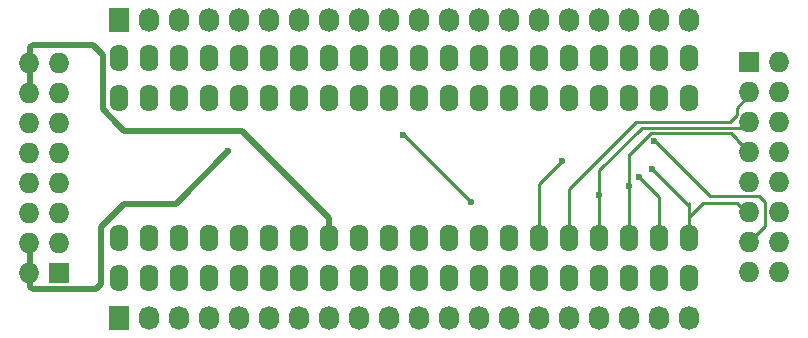
<source format=gtl>
G04 #@! TF.FileFunction,Copper,L1,Top,Signal*
%FSLAX46Y46*%
G04 Gerber Fmt 4.6, Leading zero omitted, Abs format (unit mm)*
G04 Created by KiCad (PCBNEW 4.0.3-stable) date 10/19/16 10:16:13*
%MOMM*%
%LPD*%
G01*
G04 APERTURE LIST*
%ADD10C,0.100000*%
%ADD11O,1.600000X2.300000*%
%ADD12R,1.727200X1.727200*%
%ADD13O,1.727200X1.727200*%
%ADD14R,1.727200X2.032000*%
%ADD15O,1.727200X2.032000*%
%ADD16C,0.600000*%
%ADD17C,0.500000*%
%ADD18C,0.250000*%
G04 APERTURE END LIST*
D10*
D11*
X115200000Y-94900000D03*
X117740000Y-94900000D03*
X120280000Y-94900000D03*
X122820000Y-94900000D03*
X125360000Y-94900000D03*
X127900000Y-94900000D03*
X130440000Y-94900000D03*
X132980000Y-94900000D03*
X135520000Y-94900000D03*
X138060000Y-94900000D03*
X140600000Y-94900000D03*
X143140000Y-94900000D03*
X145680000Y-94900000D03*
X148220000Y-94900000D03*
X150760000Y-94900000D03*
X153300000Y-94900000D03*
X155840000Y-94900000D03*
X158380000Y-94900000D03*
X160920000Y-94900000D03*
X163460000Y-94900000D03*
X163460000Y-79660000D03*
X160920000Y-79660000D03*
X158380000Y-79660000D03*
X155840000Y-79660000D03*
X153300000Y-79660000D03*
X150760000Y-79660000D03*
X148220000Y-79660000D03*
X145680000Y-79660000D03*
X143140000Y-79660000D03*
X140600000Y-79660000D03*
X138060000Y-79660000D03*
X135520000Y-79660000D03*
X132980000Y-79660000D03*
X130440000Y-79660000D03*
X127900000Y-79660000D03*
X125360000Y-79660000D03*
X122820000Y-79660000D03*
X120280000Y-79660000D03*
X117740000Y-79660000D03*
X115200000Y-79660000D03*
D12*
X168550000Y-80000000D03*
D13*
X171090000Y-80000000D03*
X168550000Y-82540000D03*
X171090000Y-82540000D03*
X168550000Y-85080000D03*
X171090000Y-85080000D03*
X168550000Y-87620000D03*
X171090000Y-87620000D03*
X168550000Y-90160000D03*
X171090000Y-90160000D03*
X168550000Y-92700000D03*
X171090000Y-92700000D03*
X168550000Y-95240000D03*
X171090000Y-95240000D03*
X168550000Y-97780000D03*
X171090000Y-97780000D03*
D14*
X115200000Y-101700000D03*
D15*
X117740000Y-101700000D03*
X120280000Y-101700000D03*
X122820000Y-101700000D03*
X125360000Y-101700000D03*
X127900000Y-101700000D03*
X130440000Y-101700000D03*
X132980000Y-101700000D03*
X135520000Y-101700000D03*
X138060000Y-101700000D03*
X140600000Y-101700000D03*
X143140000Y-101700000D03*
X145680000Y-101700000D03*
X148220000Y-101700000D03*
X150760000Y-101700000D03*
X153300000Y-101700000D03*
X155840000Y-101700000D03*
X158380000Y-101700000D03*
X160920000Y-101700000D03*
X163460000Y-101700000D03*
D14*
X115200000Y-76500000D03*
D15*
X117740000Y-76500000D03*
X120280000Y-76500000D03*
X122820000Y-76500000D03*
X125360000Y-76500000D03*
X127900000Y-76500000D03*
X130440000Y-76500000D03*
X132980000Y-76500000D03*
X135520000Y-76500000D03*
X138060000Y-76500000D03*
X140600000Y-76500000D03*
X143140000Y-76500000D03*
X145680000Y-76500000D03*
X148220000Y-76500000D03*
X150760000Y-76500000D03*
X153300000Y-76500000D03*
X155840000Y-76500000D03*
X158380000Y-76500000D03*
X160920000Y-76500000D03*
X163460000Y-76500000D03*
D11*
X115200000Y-98300000D03*
X117740000Y-98300000D03*
X120280000Y-98300000D03*
X122820000Y-98300000D03*
X125360000Y-98300000D03*
X127900000Y-98300000D03*
X130440000Y-98300000D03*
X132980000Y-98300000D03*
X135520000Y-98300000D03*
X138060000Y-98300000D03*
X140600000Y-98300000D03*
X143140000Y-98300000D03*
X145680000Y-98300000D03*
X148220000Y-98300000D03*
X150760000Y-98300000D03*
X153300000Y-98300000D03*
X155840000Y-98300000D03*
X158380000Y-98300000D03*
X160920000Y-98300000D03*
X163460000Y-98300000D03*
X163460000Y-83060000D03*
X160920000Y-83060000D03*
X158380000Y-83060000D03*
X155840000Y-83060000D03*
X153300000Y-83060000D03*
X150760000Y-83060000D03*
X148220000Y-83060000D03*
X145680000Y-83060000D03*
X143140000Y-83060000D03*
X140600000Y-83060000D03*
X138060000Y-83060000D03*
X135520000Y-83060000D03*
X132980000Y-83060000D03*
X130440000Y-83060000D03*
X127900000Y-83060000D03*
X125360000Y-83060000D03*
X122820000Y-83060000D03*
X120280000Y-83060000D03*
X117740000Y-83060000D03*
X115200000Y-83060000D03*
D12*
X110150000Y-97900000D03*
D13*
X107610000Y-97900000D03*
X110150000Y-95360000D03*
X107610000Y-95360000D03*
X110150000Y-92820000D03*
X107610000Y-92820000D03*
X110150000Y-90280000D03*
X107610000Y-90280000D03*
X110150000Y-87740000D03*
X107610000Y-87740000D03*
X110150000Y-85200000D03*
X107610000Y-85200000D03*
X110150000Y-82660000D03*
X107610000Y-82660000D03*
X110150000Y-80120000D03*
X107610000Y-80120000D03*
D16*
X152700000Y-88400000D03*
X155800000Y-91250000D03*
X158400000Y-90550000D03*
X159250000Y-89800000D03*
X160350000Y-89100000D03*
X124450000Y-87600000D03*
X160450000Y-86700000D03*
X145000000Y-91900000D03*
X139250000Y-86250000D03*
D17*
X110900000Y-78575000D02*
X107875000Y-78575000D01*
X107875000Y-78575000D02*
X107650000Y-78800000D01*
X125600000Y-85850000D02*
X125800000Y-86050000D01*
X132980000Y-94900000D02*
X132980000Y-93230000D01*
X132980000Y-93230000D02*
X125800000Y-86050000D01*
X110900000Y-78575000D02*
X112975000Y-78575000D01*
X113800000Y-79400000D02*
X113800000Y-84050000D01*
X112975000Y-78575000D02*
X113800000Y-79400000D01*
X115100000Y-85350000D02*
X115600000Y-85850000D01*
X115600000Y-85850000D02*
X125600000Y-85850000D01*
X113800000Y-84050000D02*
X115100000Y-85350000D01*
X107650000Y-78800000D02*
X107650000Y-80100000D01*
X107650000Y-80100000D02*
X107650000Y-82640000D01*
D18*
X150760000Y-90500000D02*
X150760000Y-90340000D01*
X150760000Y-90340000D02*
X152700000Y-88400000D01*
X150760000Y-90500000D02*
X150760000Y-94900000D01*
X158750000Y-85350000D02*
X159000000Y-85100000D01*
X158750000Y-85350000D02*
X153300000Y-90800000D01*
X163750000Y-85100000D02*
X166900000Y-85100000D01*
X167500000Y-84500000D02*
X167500000Y-83900000D01*
X166900000Y-85100000D02*
X167500000Y-84500000D01*
X168560000Y-82560000D02*
X168560000Y-82840000D01*
X168560000Y-82840000D02*
X167500000Y-83900000D01*
X159000000Y-85100000D02*
X163750000Y-85100000D01*
X153300000Y-94900000D02*
X153300000Y-90800000D01*
X159500000Y-85600000D02*
X159450000Y-85600000D01*
X159450000Y-85600000D02*
X155840000Y-89210000D01*
X159500000Y-85600000D02*
X168030000Y-85600000D01*
X168030000Y-85600000D02*
X168550000Y-85080000D01*
X155840000Y-91290000D02*
X155800000Y-91250000D01*
X155840000Y-91290000D02*
X155840000Y-91650000D01*
X155840000Y-91650000D02*
X155840000Y-89210000D01*
X155840000Y-94900000D02*
X155840000Y-91650000D01*
X167535000Y-86615000D02*
X167535000Y-86585002D01*
X160199998Y-86050002D02*
X159950000Y-86300000D01*
X167000000Y-86050002D02*
X160199998Y-86050002D01*
X167535000Y-86585002D02*
X167000000Y-86050002D01*
X158400000Y-87800000D02*
X158450000Y-87800000D01*
X158450000Y-87800000D02*
X159950000Y-86300000D01*
X158400000Y-87800000D02*
X158400000Y-90550000D01*
X158400000Y-89400000D02*
X158400000Y-90550000D01*
X158380000Y-92070000D02*
X158380000Y-90570000D01*
X158380000Y-90570000D02*
X158400000Y-90550000D01*
X158380000Y-92070000D02*
X158380000Y-94900000D01*
X167535000Y-86615000D02*
X168560000Y-87640000D01*
X160920000Y-94900000D02*
X160920000Y-91470000D01*
X160920000Y-94900000D02*
X160920000Y-94430000D01*
X160920000Y-91470000D02*
X159250000Y-89800000D01*
X167550000Y-92000000D02*
X164650000Y-92000000D01*
X163460000Y-94900000D02*
X163460000Y-92210000D01*
X163460000Y-92210000D02*
X160350000Y-89100000D01*
X163460000Y-93400000D02*
X163460000Y-93190000D01*
X163460000Y-93190000D02*
X164650000Y-92000000D01*
X163460000Y-94900000D02*
X163460000Y-93690000D01*
X163460000Y-94900000D02*
X163460000Y-93400000D01*
X163460000Y-93400000D02*
X163460000Y-92440000D01*
X163460000Y-92440000D02*
X163460000Y-91990000D01*
X163460000Y-92560000D02*
X163460000Y-94900000D01*
X168270000Y-92720000D02*
X167550000Y-92000000D01*
X168560000Y-92720000D02*
X168270000Y-92720000D01*
D17*
X107650000Y-97880000D02*
X107650000Y-95340000D01*
X110850000Y-99275000D02*
X113225000Y-99275000D01*
X113700000Y-94000000D02*
X115650000Y-92050000D01*
X113700000Y-98800000D02*
X113700000Y-94000000D01*
X113225000Y-99275000D02*
X113700000Y-98800000D01*
X115650000Y-92050000D02*
X120000000Y-92050000D01*
X120000000Y-92050000D02*
X124450000Y-87600000D01*
X110550000Y-99275000D02*
X110850000Y-99275000D01*
X107875000Y-99275000D02*
X110550000Y-99275000D01*
X107650000Y-97880000D02*
X107650000Y-99050000D01*
X107650000Y-99050000D02*
X107875000Y-99275000D01*
D18*
X160450000Y-86700000D02*
X160550000Y-86700000D01*
X160800000Y-86950000D02*
X161000000Y-87150000D01*
X165250000Y-91400000D02*
X165000000Y-91150000D01*
X161000000Y-87150000D02*
X165000000Y-91150000D01*
X169850000Y-93940000D02*
X168550000Y-95240000D01*
X167600000Y-91400000D02*
X169350000Y-91400000D01*
X169350000Y-91400000D02*
X169850000Y-91900000D01*
X169850000Y-91900000D02*
X169850000Y-93940000D01*
X167600000Y-91400000D02*
X165250000Y-91400000D01*
X160550000Y-86700000D02*
X160800000Y-86950000D01*
X145000000Y-91900000D02*
X139350000Y-86250000D01*
X139350000Y-86250000D02*
X139250000Y-86250000D01*
M02*

</source>
